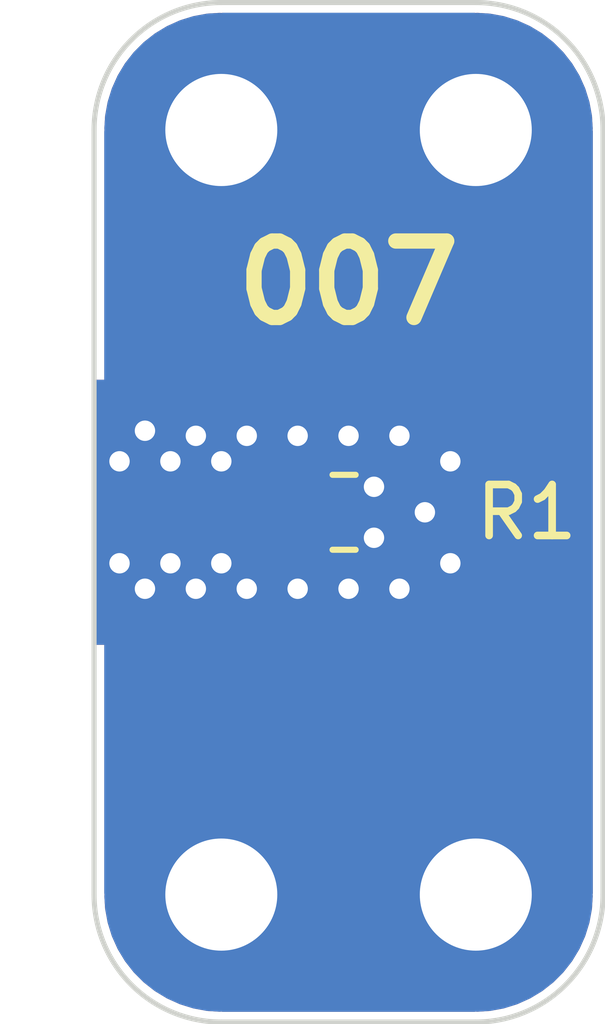
<source format=kicad_pcb>
(kicad_pcb (version 20211014) (generator pcbnew)
  (title_block (title "007 Load") (date "2022-01-29") (rev "1") (company "Halidelabs") (comment 1 "contaxt@halidelabs.eu"))
  (layers (0 "F.Cu" signal "Górna sygnałowa") (31 "B.Cu" signal "Dolna sygnałowa") (35 "F.Paste" user "Górna pasty") (37 "F.SilkS" user "Górna opisowa") (38 "B.Mask" user "Dolna sodermaski") (39 "F.Mask" user "Górna soldermaski") (44 "Edge.Cuts" user "Krawędziowa"))
  (net 0 "")
  (net 1 "GND")
  (net 2 "Net-(J1-Pad1)")
  (footprint "LOGO" (layer "F.Cu") (at 157.5 97)
    (fp_text reference "G***" hide)
    (fp_text value "LOGO" hide)
    (fp_poly (pts (xy 1.024241 -1.430933) (xy 1.032984 -1.426298) (xy 1.036499 -1.41661) (xy 1.034907 -1.400263) (xy 1.028333 -1.375651) (xy 1.017065 -1.341646) (xy 1.007234 -1.313626) (xy 0.998718 -1.29012) (xy 0.992386 -1.273478) (xy 0.98911 -1.26605) (xy 0.989011 -1.265929) (xy 0.992402 -1.261591) (xy 1.004045 -1.252959) (xy 1.021428 -1.241896) (xy 1.021593 -1.241797) (xy 1.059324 -1.215589) (xy 1.088019 -1.188125) (xy 1.107104 -1.160456) (xy 1.116006 -1.133632) (xy 1.114151 -1.108706) (xy 1.104222 -1.090444) (xy 1.092506 -1.075975) (xy 1.126441 -1.055533) (xy 1.150548 -1.039896) (xy 1.175454 -1.022036) (xy 1.188267 -1.011968) (xy 1.203899 -0.998363) (xy 1.211748 -0.988353) (xy 1.213828 -0.97793) (xy 1.212298 -0.964047) (xy 1.209283 -0.9402) (xy 1.207212 -0.916024) (xy 1.207135 -0.914643) (xy 1.203927 -0.895837) (xy 1.195677 -0.885245) (xy 1.19228 -0.88327) (xy 1.178318 -0.873369) (xy 1.166481 -0.861378) (xy 1.160445 -0.854908) (xy 1.153092 -0.850447) (xy 1.141984 -0.84748) (xy 1.124682 -0.845492) (xy 1.098745 -0.843968) (xy 1.080213 -0.843154) (xy 1.044421 -0.840993) (xy 1.017479 -0.837965) (xy 1.000803 -0.834254) (xy 0.996763 -0.832205) (xy 0.989548 -0.821107) (xy 0.984117 -0.804087) (xy 0.98359 -0.801207) (xy 0.979175 -0.785558) (xy 0.970425 -0.762721) (xy 0.958842 -0.736445) (xy 0.951994 -0.72226) (xy 0.941693 -0.700954) (xy 0.933668 -0.682074) (xy 0.927186 -0.662958) (xy 0.921515 -0.640941) (xy 0.91592 -0.613359) (xy 0.909669 -0.577549) (xy 0.905928 -0.55487) (xy 0.899093 -0.509674) (xy 0.892435 -0.459727) (xy 0.88655 -0.409913) (xy 0.882034 -0.365114) (xy 0.880555 -0.347181) (xy 0.872016 -0.257469) (xy 0.860391 -0.177925) (xy 0.845339 -0.106624) (xy 0.826764 -0.042377) (xy 0.809419 0.004277) (xy 0.789715 0.044964) (xy 0.76555 0.083099) (xy 0.734819 0.122102) (xy 0.705329 0.154907) (xy 0.646344 0.22515) (xy 0.596235 0.300953) (xy 0.558773 0.372681) (xy 0.541867 0.406709) (xy 0.526644 0.43219) (xy 0.510964 0.452374) (xy 0.497049 0.466524) (xy 0.480447 0.481231) (xy 0.466912 0.491787) (xy 0.459303 0.495969) (xy 0.459199 0.495972) (xy 0.452033 0.49989) (xy 0.445115 0.512218) (xy 0.438199 0.53382) (xy 0.43104 0.565559) (xy 0.423393 0.608297) (xy 0.418587 0.638791) (xy 0.409728 0.694595) (xy 0.401188 0.741915) (xy 0.39209 0.78461) (xy 0.381553 0.826535) (xy 0.3687 0.87155) (xy 0.356459 0.911416) (xy 0.344169 0.953183) (xy 0.335935 0.988995) (xy 0.331577 1.022192) (xy 0.330916 1.056113) (xy 0.333773 1.094097) (xy 0.33997 1.139482) (xy 0.343158 1.159336) (xy 0.34909 1.196237) (xy 0.354629 1.232404) (xy 0.359276 1.264446) (xy 0.362528 1.288971) (xy 0.363307 1.295728) (xy 0.367706 1.322729) (xy 0.37579 1.345027) (xy 0.389971 1.369066) (xy 0.391722 1.371674) (xy 0.415839 1.407322) (xy 0.234602 1.407322) (xy 0.238791 1.387173) (xy 0.24398 1.369319) (xy 0.250235 1.355611) (xy 0.253151 1.347485) (xy 0.251724 1.336439) (xy 0.245252 1.31956) (xy 0.237613 1.303269) (xy 0.225612 1.275858) (xy 0.215393 1.245956) (xy 0.206295 1.211045) (xy 0.197654 1.168609) (xy 0.189495 1.120476) (xy 0.183449 1.089204) (xy 0.174528 1.051485) (xy 0.164039 1.012546) (xy 0.155412 0.984083) (xy 0.143612 0.946382) (xy 0.1345 0.913818) (xy 0.127523 0.883315) (xy 0.122129 0.851795) (xy 0.117764 0.81618) (xy 0.113877 0.773393) (xy 0.11116 0.737759) (xy 0.107996 0.675871) (xy 0.107514 0.616631) (xy 0.109659 0.563012) (xy 0.114371 0.517987) (xy 0.11558 0.510487) (xy 0.118961 0.490903) (xy 0.007836 0.494336) (xy -0.064637 0.495248) (xy -0.127691 0.492994) (xy -0.183955 0.487325) (xy -0.236062 0.477989) (xy -0.278777 0.467062) (xy -0.342651 0.443745) (xy -0.396244 0.41372) (xy -0.439819 0.376801) (xy -0.47364 0.3328) (xy -0.4773 0.326608) (xy -0.494416 0.296736) (xy -0.498776 0.314108) (xy -0.510693 0.348417) (xy -0.529136 0.386271) (xy -0.551447 0.422891) (xy -0.574965 0.453494) (xy -0.578457 0.457297) (xy -0.598857 0.479512) (xy -0.612541 0.49708) (xy -0.621638 0.514042) (xy -0.628277 0.534439) (xy -0.634588 0.562311) (xy -0.635104 0.564798) (xy -0.646596 0.608376) (xy -0.662899 0.648185) (xy -0.685498 0.686779) (xy -0.715877 0.726712) (xy -0.753202 0.768121) (xy -0.779544 0.796187) (xy -0.798478 0.817773) (xy -0.811553 0.834974) (xy -0.820319 0.849882) (xy -0.826326 0.864593) (xy -0.827642 0.868695) (xy -0.835962 0.906128) (xy -0.840837 0.950183) (xy -0.84194 0.99548) (xy -0.838942 1.036641) (xy -0.838212 1.041542) (xy -0.826824 1.111224) (xy -0.816742 1.169454) (xy -0.807769 1.217088) (xy -0.799708 1.254983) (xy -0.79236 1.283995) (xy -0.785528 1.304979) (xy -0.779014 1.318793) (xy -0.772621 1.326291) (xy -0.772415 1.326436) (xy -0.754117 1.341596) (xy -0.737603 1.359376) (xy -0.726256 1.375897) (xy -0.723607 1.382359) (xy -0.722795 1.388066) (xy -0.725379 1.391719) (xy -0.73349 1.393774) (xy -0.749257 1.394689) (xy -0.774809 1.394919) (xy -0.782205 1.394923) (xy -0.844088 1.394923) (xy -0.842662 1.377874) (xy -0.84391 1.366947) (xy -0.850527 1.354503) (xy -0.864069 1.338151) (xy -0.877979 1.323627) (xy -0.903666 1.294183) (xy -0.927043 1.259656) (xy -0.948996 1.218336) (xy -0.970411 1.168512) (xy -0.992172 1.108474) (xy -0.997295 1.093113) (xy -1.018181 1.026132) (xy -1.033347 0.968086) (xy -1.042762 0.916897) (xy -1.046397 0.870482) (xy -1.044223 0.826761) (xy -1.036208 0.783655) (xy -1.022324 0.739082) (xy -1.00254 0.690961) (xy -0.991164 0.666463) (xy -0.981974 0.646491) (xy -0.976012 0.630289) (xy -0.9726 0.614151) (xy -0.971061 0.594372) (xy -0.970717 0.567246) (xy -0.970756 0.554869) (xy -0.975499 0.488191) (xy -0.989046 0.413576) (xy -1.011256 0.331676) (xy -1.032127 0.269685) (xy -1.043003 0.237176) (xy -1.053214 0.202425) (xy -1.061168 0.171016) (xy -1.06365 0.159127) (xy -1.071266 0.125011) (xy -1.079527 0.099128) (xy -1.087894 0.082308) (xy -1.095834 0.07538) (xy -1.10281 0.079173) (xy -1.107525 0.091219) (xy -1.110388 0.101195) (xy -1.113023 0.102109) (xy -1.117171 0.092932) (xy -1.120634 0.083469) (xy -1.127172 0.054501) (xy -1.129564 0.018502) (xy -1.127928 -0.019917) (xy -1.122379 -0.056142) (xy -1.116607 -0.076675) (xy -1.088252 -0.138399) (xy -1.049271 -0.19473) (xy -1.0004 -0.245235) (xy -0.942378 -0.28948) (xy -0.875942 -0.327034) (xy -0.80183 -0.357464) (xy -0.720777 -0.380337) (xy -0.633523 -0.395219) (xy -0.564169 -0.400891) (xy -0.511504 -0.402113) (xy -0.461063 -0.400577) (xy -0.409901 -0.395957) (xy -0.35507 -0.387925) (xy -0.293622 -0.376156) (xy -0.244953 -0.365485) (xy -0.1873 -0.352564) (xy -0.139441 -0.342452) (xy -0.099167 -0.334845) (xy -0.06427 -0.32944) (xy -0.03254 -0.325931) (xy -0.001771 -0.324016) (xy 0.030248 -0.32339) (xy 0.059172 -0.323629) (xy 0.092835 -0.324024) (xy 0.119398 -0.323621) (xy 0.14238 -0.321984) (xy 0.165303 -0.318683) (xy 0.191687 -0.313283) (xy 0.225054 -0.305353) (xy 0.242142 -0.301126) (xy 0.28535 -0.290848) (xy 0.318742 -0.284267) (xy 0.34434 -0.281392) (xy 0.364166 -0.282228) (xy 0.380242 -0.286785) (xy 0.394589 -0.295068) (xy 0.403067 -0.30171) (xy 0.415699 -0.313971) (xy 0.426405 -0.328696) (xy 0.435955 -0.347767) (xy 0.445119 -0.373066) (xy 0.454667 -0.406473) (xy 0.46537 -0.449872) (xy 0.46757 -0.459281) (xy 0.478104 -0.502297) (xy 0.490799 -0.550568) (xy 0.504142 -0.598527) (xy 0.516623 -0.640607) (xy 0.518029 -0.645117) (xy 0.527344 -0.675477) (xy 0.534738 -0.701766) (xy 0.540691 -0.726574) (xy 0.545684 -0.752494) (xy 0.550194 -0.782117) (xy 0.554702 -0.818035) (xy 0.559688 -0.862838) (xy 0.561555 -0.880352) (xy 0.568213 -0.941628) (xy 0.574136 -0.992075) (xy 0.579611 -1.033223) (xy 0.58492 -1.066601) (xy 0.590347 -1.093737) (xy 0.596176 -1.11616) (xy 0.602691 -1.1354) (xy 0.610177 -1.152985) (xy 0.613443 -1.159771) (xy 0.625885 -1.183287) (xy 0.638553 -1.202582) (xy 0.653589 -1.219845) (xy 0.673135 -1.237267) (xy 0.699335 -1.257038) (xy 0.72846 -1.277342) (xy 0.758266 -1.298913) (xy 0.789259 -1.323308) (xy 0.817087 -1.347014) (xy 0.832066 -1.361029) (xy 0.850896 -1.378662) (xy 0.867122 -1.391944) (xy 0.878413 -1.399057) (xy 0.881664 -1.399683) (xy 0.889806 -1.390913) (xy 0.890774 -1.372925) (xy 0.884578 -1.346604) (xy 0.880786 -1.335766) (xy 0.873898 -1.316694) (xy 0.869239 -1.30253) (xy 0.867952 -1.297258) (xy 0.87175 -1.298406) (xy 0.881918 -1.306969) (xy 0.896618 -1.321068) (xy 0.914013 -1.338821) (xy 0.932266 -1.358352) (xy 0.949538 -1.377779) (xy 0.963993 -1.395225) (xy 0.964968 -1.396473) (xy 0.981284 -1.416118) (xy 0.993695 -1.427188) (xy 1.004752 -1.431697) (xy 1.010147 -1.432121)) (layer "F.Cu") (width 0) (fill solid))
  )
  (footprint "modular-rf-bench-footprints:M2-hole" (layer "F.Cu") (at 155 100)
    (fp_text reference "H1" hide)
    (fp_text value "M2" hide)
    (pad "1" thru_hole circle (at 0 0) (size 3.4 3.4) (drill 2.2) (layers *.Cu *.Mask) (net 1 "GND"))
  )
  (footprint "modular-rf-bench-footprints:M2-hole" (layer "F.Cu") (at 155 85)
    (fp_text reference "H3" hide)
    (fp_text value "M2" hide)
    (pad "1" thru_hole circle (at 0 0) (size 3.4 3.4) (drill 2.2) (layers *.Cu *.Mask) (net 1 "GND"))
  )
  (footprint "modular-rf-bench-footprints:edge-connector" (layer "F.Cu") (at 152.5 92.5 180)
    (fp_text reference "J1")
    (fp_text value "CONN" hide)
    (pad "1" smd rect (at -1.5 0 180) (size 3 0.8) (layers "F.Cu") (net 2 "Net-(J1-Pad1)"))
    (pad "2" thru_hole circle (at -2 1.5 180) (size 0.8 0.8) (drill 0.4) (layers *.Cu) (net 1 "GND"))
    (pad "2" thru_hole circle (at -1.5 -1 180) (size 0.8 0.8) (drill 0.4) (layers *.Cu) (net 1 "GND"))
    (pad "2" thru_hole circle (at -0.5 -1 180) (size 0.8 0.8) (drill 0.4) (layers *.Cu) (net 1 "GND"))
    (pad "2" thru_hole circle (at -2 -1.5 180) (size 0.8 0.8) (drill 0.4) (layers *.Cu) (net 1 "GND"))
    (pad "2" thru_hole circle (at -1.5 1 180) (size 0.8 0.8) (drill 0.4) (layers *.Cu) (net 1 "GND"))
    (pad "2" thru_hole circle (at -2.5 1 180) (size 0.8 0.8) (drill 0.4) (layers *.Cu) (net 1 "GND"))
    (pad "2" smd rect (at -1.5 1.6 180) (size 3 2) (layers "F.Cu") (net 1 "GND"))
    (pad "2" thru_hole circle (at -2.5 -1 180) (size 0.8 0.8) (drill 0.4) (layers *.Cu) (net 1 "GND"))
    (pad "2" smd rect (at -1.5 0 180) (size 3 5.2) (layers "B.Cu") (net 1 "GND"))
    (pad "2" thru_hole circle (at -0.5 1 180) (size 0.8 0.8) (drill 0.4) (layers *.Cu) (net 1 "GND"))
    (pad "2" thru_hole circle (at -1 -1.5 180) (size 0.8 0.8) (drill 0.4) (layers *.Cu) (net 1 "GND"))
    (pad "2" smd rect (at -1.5 -1.6 180) (size 3 2) (layers "F.Cu") (net 1 "GND"))
    (pad "2" thru_hole circle (at -1 1.6 180) (size 0.8 0.8) (drill 0.4) (layers *.Cu) (net 1 "GND"))
  )
  (footprint "modular-rf-bench-footprints:M2-hole" (layer "F.Cu") (at 160 100)
    (fp_text reference "H2" hide)
    (fp_text value "M2" hide)
    (pad "1" thru_hole circle (at 0 0) (size 3.4 3.4) (drill 2.2) (layers *.Cu *.Mask) (net 1 "GND"))
  )
  (footprint "Resistor_SMD:R_0805_2012Metric" (layer "F.Cu") (at 157.4125 92.5)
    (fp_text reference "R1" (at 3.5875 0) (layer "F.SilkS"))
    (fp_text value "R")
    (fp_line (start -0.227064 -0.735) (end 0.227064 -0.735) (layer "F.SilkS") (width 0.12))
    (fp_line (start -0.227064 0.735) (end 0.227064 0.735) (layer "F.SilkS") (width 0.12))
    (pad "1" smd roundrect locked (at -0.9125 0) (size 1.025 1.4) (layers "F.Cu" "F.Paste" "F.Mask") (roundrect_rratio 0.243902439) (net 2 "Net-(J1-Pad1)"))
    (pad "2" smd roundrect locked (at 0.9125 0) (size 1.025 1.4) (layers "F.Cu" "F.Paste" "F.Mask") (roundrect_rratio 0.243902439) (net 1 "GND"))
  )
  (footprint "modular-rf-bench-footprints:M2-hole" (layer "F.Cu") (at 160 85)
    (fp_text reference "H4" hide)
    (fp_text value "M2" hide)
    (pad "1" thru_hole circle (at 0 0) (size 3.4 3.4) (drill 2.2) (layers *.Cu *.Mask) (net 1 "GND"))
  )
  (gr_line (start 162.5 85) (end 162.5 100) (layer "Edge.Cuts") (width 0.1))
  (gr_arc (start 152.5 85) (mid 153.232233 83.232233) (end 155 82.5) (layer "Edge.Cuts") (width 0.1))
  (gr_arc (start 155 102.5) (mid 153.232233 101.767767) (end 152.5 100) (layer "Edge.Cuts") (width 0.1))
  (gr_arc (start 162.5 100) (mid 161.767767 101.767767) (end 160 102.5) (layer "Edge.Cuts") (width 0.1))
  (gr_line (start 155 82.5) (end 160 82.5) (layer "Edge.Cuts") (width 0.1))
  (gr_line (start 152.5 100) (end 152.5 85) (layer "Edge.Cuts") (width 0.1))
  (gr_line (start 160 102.5) (end 155 102.5) (layer "Edge.Cuts") (width 0.1))
  (gr_arc (start 160 82.5) (mid 161.767767 83.232233) (end 162.5 85) (layer "Edge.Cuts") (width 0.1))
  (gr_text "007" (at 157.5 88) (layer "F.SilkS") (effects (font (size 1.5 1.5) (thickness 0.3))))
  (via (at 157.5 91) (size 0.8) (drill 0.4) (layers "F.Cu" "B.Cu") (net 1))
  (via (at 159.5 91.5) (size 0.8) (drill 0.4) (layers "F.Cu" "B.Cu") (net 1))
  (via (at 158 92) (size 0.8) (drill 0.4) (layers "F.Cu" "B.Cu") (net 1))
  (via (at 158.5 91) (size 0.8) (drill 0.4) (layers "F.Cu" "B.Cu") (net 1))
  (via (at 158 93) (size 0.8) (drill 0.4) (layers "F.Cu" "B.Cu") (net 1))
  (via (at 156.5 91) (size 0.8) (drill 0.4) (layers "F.Cu" "B.Cu") (net 1))
  (via (at 156.5 94) (size 0.8) (drill 0.4) (layers "F.Cu" "B.Cu") (net 1))
  (via (at 155.5 91) (size 0.8) (drill 0.4) (layers "F.Cu" "B.Cu") (net 1))
  (via (at 155.5 94) (size 0.8) (drill 0.4) (layers "F.Cu" "B.Cu") (net 1))
  (via (at 159.5 93.5) (size 0.8) (drill 0.4) (layers "F.Cu" "B.Cu") (net 1))
  (via (at 158.5 94) (size 0.8) (drill 0.4) (layers "F.Cu" "B.Cu") (net 1))
  (via (at 159 92.5) (size 0.8) (drill 0.4) (layers "F.Cu" "B.Cu") (net 1))
  (via (at 157.5 94) (size 0.8) (drill 0.4) (layers "F.Cu" "B.Cu") (net 1))
  (segment (start 154 92.5) (end 156.5 92.5) (width 0.8) (layer "F.Cu") (net 2))
  (zone (net 1) (net_name "GND") (layers F&B.Cu) (name "GND") (connect_pads yes (clearance 0.2)) (min_thickness 0.2) (fill yes (thermal_gap 0.2) (thermal_bridge_width 0.2))
    (polygon (pts (xy 162.5 102.5) (xy 152.5 102.5) (xy 152.5 82.5) (xy 162.5 82.5)))
  )
)
</source>
